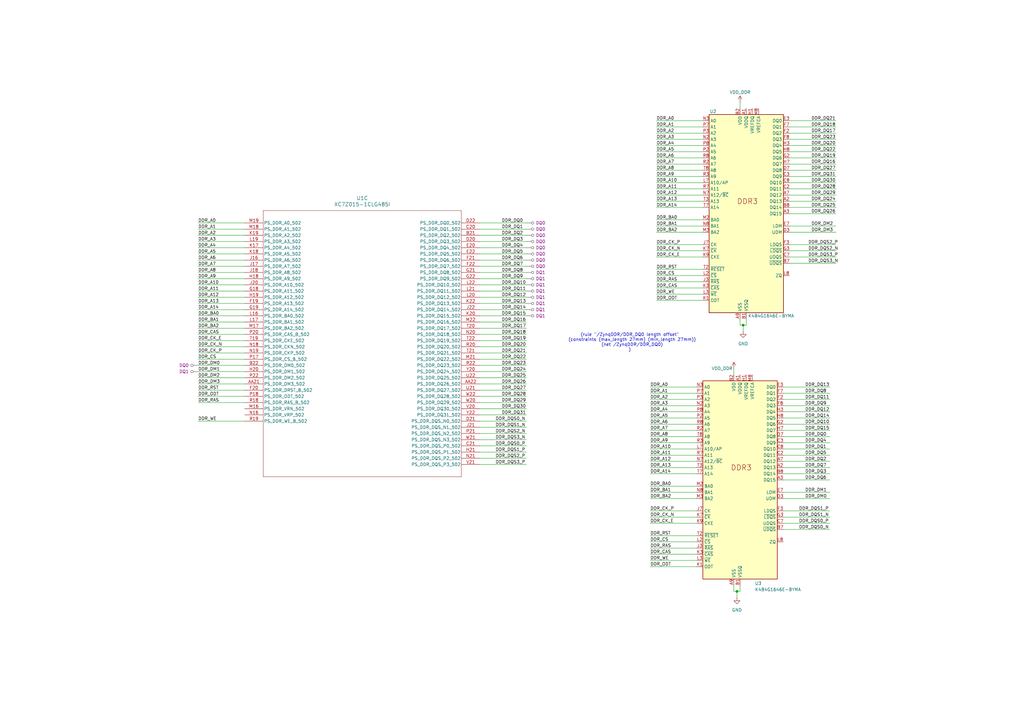
<source format=kicad_sch>
(kicad_sch (version 20250114) (generator "eeschema") (generator_version "9.0")
  (paper "A3")
  (text "(rule \"/ZynqDDR/DDR_DQ0 length offset\"\n  (constraints (max_length 27mm) (min_length 27mm))\n  (net /ZynqDDR/DDR_DQ0)\n)\n" (at 258.318 140.462 0) (effects (font (size 1.27 1.27))))
  (junction (at 302.26 242.57))
  (junction (at 304.8 133.35))
  (wire (pts (xy 323.85 107.95) (xy 342.9 107.95)))
  (wire (pts (xy 81.28 93.98) (xy 100.33 93.98)))
  (wire (pts (xy 196.85 175.26) (xy 215.9 175.26)))
  (wire (pts (xy 196.85 127) (xy 215.9 127)))
  (wire (pts (xy 266.7 173.99) (xy 285.75 173.99)))
  (wire (pts (xy 321.31 186.69) (xy 340.36 186.69)))
  (wire (pts (xy 266.7 161.29) (xy 285.75 161.29)))
  (wire (pts (xy 304.8 135.89) (xy 304.8 133.35)))
  (wire (pts (xy 266.7 179.07) (xy 285.75 179.07)))
  (wire (pts (xy 300.99 151.13) (xy 300.99 153.67)))
  (wire (pts (xy 196.85 147.32) (xy 215.9 147.32)))
  (wire (pts (xy 266.7 199.39) (xy 285.75 199.39)))
  (wire (pts (xy 321.31 166.37) (xy 340.36 166.37)))
  (wire (pts (xy 196.85 144.78) (xy 215.9 144.78)))
  (wire (pts (xy 196.85 129.54) (xy 215.9 129.54)))
  (wire (pts (xy 269.24 123.19) (xy 288.29 123.19)))
  (wire (pts (xy 266.7 214.63) (xy 285.75 214.63)))
  (wire (pts (xy 196.85 177.8) (xy 215.9 177.8)))
  (wire (pts (xy 266.7 232.41) (xy 285.75 232.41)))
  (wire (pts (xy 303.53 242.57) (xy 303.53 240.03)))
  (wire (pts (xy 306.07 133.35) (xy 306.07 130.81)))
  (wire (pts (xy 321.31 163.83) (xy 340.36 163.83)))
  (wire (pts (xy 81.28 101.6) (xy 100.33 101.6)))
  (wire (pts (xy 269.24 52.07) (xy 288.29 52.07)))
  (wire (pts (xy 81.28 119.38) (xy 100.33 119.38)))
  (wire (pts (xy 81.28 111.76) (xy 100.33 111.76)))
  (wire (pts (xy 323.85 57.15) (xy 342.9 57.15)))
  (wire (pts (xy 269.24 74.93) (xy 288.29 74.93)))
  (wire (pts (xy 81.28 121.92) (xy 100.33 121.92)))
  (wire (pts (xy 269.24 82.55) (xy 288.29 82.55)))
  (wire (pts (xy 269.24 102.87) (xy 288.29 102.87)))
  (wire (pts (xy 196.85 116.84) (xy 215.9 116.84)))
  (wire (pts (xy 321.31 209.55) (xy 340.36 209.55)))
  (wire (pts (xy 266.7 229.87) (xy 285.75 229.87)))
  (wire (pts (xy 196.85 180.34) (xy 215.9 180.34)))
  (wire (pts (xy 323.85 59.69) (xy 342.9 59.69)))
  (wire (pts (xy 321.31 173.99) (xy 340.36 173.99)))
  (wire (pts (xy 81.28 134.62) (xy 100.33 134.62)))
  (wire (pts (xy 196.85 91.44) (xy 215.9 91.44)))
  (wire (pts (xy 321.31 168.91) (xy 340.36 168.91)))
  (wire (pts (xy 196.85 109.22) (xy 215.9 109.22)))
  (wire (pts (xy 269.24 85.09) (xy 288.29 85.09)))
  (wire (pts (xy 266.7 212.09) (xy 285.75 212.09)))
  (wire (pts (xy 323.85 80.01) (xy 342.9 80.01)))
  (wire (pts (xy 300.99 242.57) (xy 300.99 240.03)))
  (wire (pts (xy 323.85 82.55) (xy 342.9 82.55)))
  (wire (pts (xy 81.28 106.68) (xy 100.33 106.68)))
  (wire (pts (xy 323.85 92.71) (xy 342.9 92.71)))
  (wire (pts (xy 269.24 120.65) (xy 288.29 120.65)))
  (wire (pts (xy 81.28 132.08) (xy 100.33 132.08)))
  (wire (pts (xy 81.28 149.86) (xy 100.33 149.86)))
  (wire (pts (xy 266.7 204.47) (xy 285.75 204.47)))
  (wire (pts (xy 303.53 41.91) (xy 303.53 44.45)))
  (wire (pts (xy 321.31 189.23) (xy 340.36 189.23)))
  (wire (pts (xy 196.85 152.4) (xy 215.9 152.4)))
  (wire (pts (xy 196.85 167.64) (xy 215.9 167.64)))
  (wire (pts (xy 269.24 67.31) (xy 288.29 67.31)))
  (wire (pts (xy 266.7 184.15) (xy 285.75 184.15)))
  (wire (pts (xy 196.85 172.72) (xy 215.9 172.72)))
  (wire (pts (xy 266.7 227.33) (xy 285.75 227.33)))
  (wire (pts (xy 321.31 171.45) (xy 340.36 171.45)))
  (wire (pts (xy 81.28 147.32) (xy 100.33 147.32)))
  (wire (pts (xy 323.85 52.07) (xy 342.9 52.07)))
  (wire (pts (xy 196.85 157.48) (xy 215.9 157.48)))
  (wire (pts (xy 323.85 105.41) (xy 342.9 105.41)))
  (wire (pts (xy 81.28 152.4) (xy 100.33 152.4)))
  (wire (pts (xy 323.85 64.77) (xy 342.9 64.77)))
  (wire (pts (xy 304.8 133.35) (xy 306.07 133.35)))
  (wire (pts (xy 269.24 57.15) (xy 288.29 57.15)))
  (wire (pts (xy 321.31 204.47) (xy 340.36 204.47)))
  (wire (pts (xy 81.28 172.72) (xy 100.33 172.72)))
  (wire (pts (xy 81.28 124.46) (xy 100.33 124.46)))
  (wire (pts (xy 196.85 185.42) (xy 215.9 185.42)))
  (wire (pts (xy 196.85 165.1) (xy 215.9 165.1)))
  (wire (pts (xy 196.85 170.18) (xy 215.9 170.18)))
  (wire (pts (xy 321.31 194.31) (xy 340.36 194.31)))
  (wire (pts (xy 81.28 142.24) (xy 100.33 142.24)))
  (wire (pts (xy 196.85 96.52) (xy 215.9 96.52)))
  (wire (pts (xy 323.85 85.09) (xy 342.9 85.09)))
  (wire (pts (xy 81.28 139.7) (xy 100.33 139.7)))
  (wire (pts (xy 266.7 224.79) (xy 285.75 224.79)))
  (wire (pts (xy 196.85 187.96) (xy 215.9 187.96)))
  (wire (pts (xy 321.31 158.75) (xy 340.36 158.75)))
  (wire (pts (xy 196.85 93.98) (xy 215.9 93.98)))
  (wire (pts (xy 81.28 160.02) (xy 100.33 160.02)))
  (wire (pts (xy 269.24 118.11) (xy 288.29 118.11)))
  (wire (pts (xy 196.85 124.46) (xy 215.9 124.46)))
  (wire (pts (xy 266.7 189.23) (xy 285.75 189.23)))
  (wire (pts (xy 321.31 161.29) (xy 340.36 161.29)))
  (wire (pts (xy 321.31 191.77) (xy 340.36 191.77)))
  (wire (pts (xy 196.85 137.16) (xy 215.9 137.16)))
  (wire (pts (xy 303.53 133.35) (xy 303.53 130.81)))
  (wire (pts (xy 196.85 149.86) (xy 215.9 149.86)))
  (wire (pts (xy 196.85 134.62) (xy 215.9 134.62)))
  (wire (pts (xy 81.28 154.94) (xy 100.33 154.94)))
  (wire (pts (xy 81.28 137.16) (xy 100.33 137.16)))
  (wire (pts (xy 266.7 194.31) (xy 285.75 194.31)))
  (wire (pts (xy 269.24 77.47) (xy 288.29 77.47)))
  (wire (pts (xy 81.28 162.56) (xy 100.33 162.56)))
  (wire (pts (xy 321.31 181.61) (xy 340.36 181.61)))
  (wire (pts (xy 196.85 142.24) (xy 215.9 142.24)))
  (wire (pts (xy 321.31 176.53) (xy 340.36 176.53)))
  (wire (pts (xy 302.26 242.57) (xy 300.99 242.57)))
  (wire (pts (xy 196.85 160.02) (xy 215.9 160.02)))
  (wire (pts (xy 269.24 49.53) (xy 288.29 49.53)))
  (wire (pts (xy 321.31 212.09) (xy 340.36 212.09)))
  (wire (pts (xy 81.28 104.14) (xy 100.33 104.14)))
  (wire (pts (xy 321.31 214.63) (xy 340.36 214.63)))
  (wire (pts (xy 266.7 219.71) (xy 285.75 219.71)))
  (wire (pts (xy 196.85 99.06) (xy 215.9 99.06)))
  (wire (pts (xy 81.28 144.78) (xy 100.33 144.78)))
  (wire (pts (xy 266.7 222.25) (xy 285.75 222.25)))
  (wire (pts (xy 266.7 166.37) (xy 285.75 166.37)))
  (wire (pts (xy 266.7 209.55) (xy 285.75 209.55)))
  (wire (pts (xy 302.26 245.11) (xy 302.26 242.57)))
  (wire (pts (xy 323.85 100.33) (xy 342.9 100.33)))
  (wire (pts (xy 269.24 110.49) (xy 288.29 110.49)))
  (wire (pts (xy 323.85 77.47) (xy 342.9 77.47)))
  (wire (pts (xy 81.28 96.52) (xy 100.33 96.52)))
  (wire (pts (xy 323.85 72.39) (xy 342.9 72.39)))
  (wire (pts (xy 269.24 95.25) (xy 288.29 95.25)))
  (wire (pts (xy 302.26 242.57) (xy 303.53 242.57)))
  (wire (pts (xy 321.31 201.93) (xy 340.36 201.93)))
  (wire (pts (xy 196.85 162.56) (xy 215.9 162.56)))
  (wire (pts (xy 323.85 87.63) (xy 342.9 87.63)))
  (wire (pts (xy 269.24 54.61) (xy 288.29 54.61)))
  (wire (pts (xy 81.28 165.1) (xy 100.33 165.1)))
  (wire (pts (xy 323.85 54.61) (xy 342.9 54.61)))
  (wire (pts (xy 269.24 69.85) (xy 288.29 69.85)))
  (wire (pts (xy 269.24 100.33) (xy 288.29 100.33)))
  (wire (pts (xy 269.24 64.77) (xy 288.29 64.77)))
  (wire (pts (xy 81.28 157.48) (xy 100.33 157.48)))
  (wire (pts (xy 196.85 182.88) (xy 215.9 182.88)))
  (wire (pts (xy 196.85 111.76) (xy 215.9 111.76)))
  (wire (pts (xy 266.7 181.61) (xy 285.75 181.61)))
  (wire (pts (xy 321.31 217.17) (xy 340.36 217.17)))
  (wire (pts (xy 269.24 90.17) (xy 288.29 90.17)))
  (wire (pts (xy 81.28 129.54) (xy 100.33 129.54)))
  (wire (pts (xy 196.85 104.14) (xy 215.9 104.14)))
  (wire (pts (xy 266.7 191.77) (xy 285.75 191.77)))
  (wire (pts (xy 323.85 74.93) (xy 342.9 74.93)))
  (wire (pts (xy 269.24 62.23) (xy 288.29 62.23)))
  (wire (pts (xy 81.28 116.84) (xy 100.33 116.84)))
  (wire (pts (xy 266.7 168.91) (xy 285.75 168.91)))
  (wire (pts (xy 196.85 190.5) (xy 215.9 190.5)))
  (wire (pts (xy 266.7 163.83) (xy 285.75 163.83)))
  (wire (pts (xy 81.28 114.3) (xy 100.33 114.3)))
  (wire (pts (xy 196.85 119.38) (xy 215.9 119.38)))
  (wire (pts (xy 269.24 92.71) (xy 288.29 92.71)))
  (wire (pts (xy 266.7 186.69) (xy 285.75 186.69)))
  (wire (pts (xy 321.31 184.15) (xy 340.36 184.15)))
  (wire (pts (xy 266.7 158.75) (xy 285.75 158.75)))
  (wire (pts (xy 196.85 114.3) (xy 215.9 114.3)))
  (wire (pts (xy 323.85 49.53) (xy 342.9 49.53)))
  (wire (pts (xy 304.8 133.35) (xy 303.53 133.35)))
  (wire (pts (xy 323.85 67.31) (xy 342.9 67.31)))
  (wire (pts (xy 323.85 102.87) (xy 342.9 102.87)))
  (wire (pts (xy 269.24 105.41) (xy 288.29 105.41)))
  (wire (pts (xy 269.24 80.01) (xy 288.29 80.01)))
  (wire (pts (xy 269.24 59.69) (xy 288.29 59.69)))
  (wire (pts (xy 321.31 196.85) (xy 340.36 196.85)))
  (wire (pts (xy 266.7 176.53) (xy 285.75 176.53)))
  (wire (pts (xy 81.28 99.06) (xy 100.33 99.06)))
  (wire (pts (xy 269.24 72.39) (xy 288.29 72.39)))
  (wire (pts (xy 196.85 101.6) (xy 215.9 101.6)))
  (wire (pts (xy 269.24 115.57) (xy 288.29 115.57)))
  (wire (pts (xy 266.7 201.93) (xy 285.75 201.93)))
  (wire (pts (xy 196.85 106.68) (xy 215.9 106.68)))
  (wire (pts (xy 81.28 91.44) (xy 100.33 91.44)))
  (wire (pts (xy 81.28 109.22) (xy 100.33 109.22)))
  (wire (pts (xy 269.24 113.03) (xy 288.29 113.03)))
  (wire (pts (xy 266.7 171.45) (xy 285.75 171.45)))
  (wire (pts (xy 196.85 132.08) (xy 215.9 132.08)))
  (wire (pts (xy 323.85 95.25) (xy 342.9 95.25)))
  (wire (pts (xy 323.85 69.85) (xy 342.9 69.85)))
  (wire (pts (xy 196.85 154.94) (xy 215.9 154.94)))
  (wire (pts (xy 321.31 179.07) (xy 340.36 179.07)))
  (wire (pts (xy 196.85 139.7) (xy 215.9 139.7)))
  (wire (pts (xy 196.85 121.92) (xy 215.9 121.92)))
  (wire (pts (xy 81.28 127) (xy 100.33 127)))
  (wire (pts (xy 323.85 62.23) (xy 342.9 62.23)))
  (label "DDR_DQ17" (at 332.74 54.61 0))
  (label "DDR_A2" (at 269.24 54.61 0))
  (label "DDR_ODT" (at 266.7 232.41 0))
  (label "DDR_BA2" (at 81.28 134.62 0))
  (label "DDR_DQ10" (at 205.74 116.84 0))
  (label "DDR_DQ4" (at 205.74 101.6 0))
  (label "DDR_WE" (at 81.28 172.72 0))
  (label "DDR_DQ29" (at 205.74 165.1 0))
  (label "DDR_DQ16" (at 205.74 132.08 0))
  (label "DDR_A13" (at 266.7 191.77 0))
  (label "DDR_A3" (at 266.7 166.37 0))
  (label "DDR_A5" (at 81.28 104.14 0))
  (label "DDR_ODT" (at 81.28 162.56 0))
  (label "DDR_BA1" (at 269.24 92.71 0))
  (label "DDR_DQ18" (at 332.74 52.07 0))
  (label "DDR_CK_P" (at 81.28 144.78 0))
  (label "DDR_DQS3_N" (at 331.47 107.95 0))
  (label "DDR_DQS2_P" (at 331.47 100.33 0))
  (label "DDR_A0" (at 81.28 91.44 0))
  (label "DDR_DM1" (at 81.28 152.4 0))
  (label "DDR_CS" (at 266.7 222.25 0))
  (label "DDR_DQ7" (at 205.74 109.22 0))
  (label "DDR_A8" (at 266.7 179.07 0))
  (label "DDR_DQ1" (at 330.2 184.15 0))
  (label "DDR_DQ28" (at 332.74 77.47 0))
  (label "DDR_DQ26" (at 332.74 87.63 0))
  (label "DDR_RST" (at 81.28 160.02 0))
  (label "DDR_DQ6" (at 330.2 196.85 0))
  (label "DDR_BA2" (at 266.7 204.47 0))
  (label "DDR_CK_N" (at 269.24 102.87 0))
  (label "DDR_DQ0" (at 205.74 91.44 0))
  (label "DDR_DQ19" (at 332.74 64.77 0))
  (label "DDR_DQ3" (at 330.2 194.31 0))
  (label "DDR_CS" (at 269.24 113.03 0))
  (label "DDR_A4" (at 266.7 168.91 0))
  (label "DDR_DQ23" (at 205.74 149.86 0))
  (label "DDR_A5" (at 269.24 62.23 0))
  (label "DDR_DQ18" (at 205.74 137.16 0))
  (label "DDR_BA2" (at 269.24 95.25 0))
  (label "DDR_DQ11" (at 205.74 119.38 0))
  (label "DDR_A0" (at 269.24 49.53 0))
  (label "DDR_CK_E" (at 81.28 139.7 0))
  (label "DDR_BA0" (at 269.24 90.17 0))
  (label "DDR_DQ11" (at 330.2 163.83 0))
  (label "DDR_DQ22" (at 332.74 62.23 0))
  (label "DDR_DM0" (at 330.2 204.47 0))
  (label "DDR_A8" (at 269.24 69.85 0))
  (label "DDR_CK_P" (at 269.24 100.33 0))
  (label "DDR_DQS0_N" (at 203.2 172.72 0))
  (label "DDR_DM2" (at 332.74 92.71 0))
  (label "DDR_A6" (at 266.7 173.99 0))
  (label "DDR_DQ12" (at 330.2 168.91 0))
  (label "DDR_A11" (at 266.7 186.69 0))
  (label "DDR_DQ2" (at 330.2 189.23 0))
  (label "DDR_WE" (at 269.24 120.65 0))
  (label "DDR_A1" (at 269.24 52.07 0))
  (label "DDR_DQS1_P" (at 327.66 209.55 0))
  (label "DDR_DM3" (at 332.7629 95.25 0))
  (label "DDR_CK_N" (at 81.28 142.24 0))
  (label "DDR_A9" (at 266.7 181.61 0))
  (label "DDR_A14" (at 81.28 127 0))
  (label "DDR_DQS3_P" (at 203.2 190.5 0))
  (label "DDR_A11" (at 269.24 77.47 0))
  (label "DDR_A1" (at 266.7 161.29 0))
  (label "DDR_DQS0_P" (at 327.66 214.63 0))
  (label "DDR_DQ7" (at 330.2 191.77 0))
  (label "DDR_DQ9" (at 205.74 114.3 0))
  (label "DDR_DQ25" (at 205.74 154.94 0))
  (label "DDR_DQ25" (at 332.74 85.09 0))
  (label "DDR_DQ0" (at 330.2 179.07 0))
  (label "DDR_CK_P" (at 266.7 209.55 0))
  (label "DDR_A12" (at 266.7 189.23 0))
  (label "DDR_A9" (at 269.24 72.39 0))
  (label "DDR_DQS2_N" (at 203.2 177.8 0))
  (label "DDR_DQ13" (at 330.2 158.75 0))
  (label "DDR_A3" (at 81.28 99.06 0))
  (label "DDR_BA0" (at 266.7 199.39 0))
  (label "DDR_A5" (at 266.7 171.45 0))
  (label "DDR_DQ31" (at 205.74 170.18 0))
  (label "DDR_DQS2_P" (at 203.2 187.96 0))
  (label "DDR_A7" (at 269.24 67.31 0))
  (label "DDR_A0" (at 266.7 158.75 0))
  (label "DDR_A10" (at 269.24 74.93 0))
  (label "DDR_DQ24" (at 205.74 152.4 0))
  (label "DDR_A10" (at 81.28 116.84 0))
  (label "DDR_CK_E" (at 266.7 214.63 0))
  (label "DDR_DQ19" (at 205.74 139.7 0))
  (label "DDR_RST" (at 269.24 110.49 0))
  (label "DDR_A2" (at 266.7 163.83 0))
  (label "DDR_RST" (at 266.7 219.71 0))
  (label "DDR_A7" (at 81.28 109.22 0))
  (label "DDR_A12" (at 269.24 80.01 0))
  (label "DDR_DQ4" (at 330.2 181.61 0))
  (label "DDR_DQ15" (at 205.74 129.54 0))
  (label "DDR_DQ10" (at 330.2 173.99 0))
  (label "DDR_DQ13" (at 205.74 124.46 0))
  (label "DDR_DQ26" (at 205.74 157.48 0))
  (label "DDR_WE" (at 266.7 229.87 0))
  (label "DDR_A7" (at 266.7 176.53 0))
  (label "DDR_DM2" (at 81.28 154.94 0))
  (label "DDR_DQ28" (at 205.74 162.56 0))
  (label "DDR_DQ27" (at 205.74 160.02 0))
  (label "DDR_DQ14" (at 205.74 127 0))
  (label "DDR_A4" (at 81.28 101.6 0))
  (label "DDR_DM0" (at 81.28 149.86 0))
  (label "DDR_A2" (at 81.28 96.52 0))
  (label "DDR_A9" (at 81.28 114.3 0))
  (label "DDR_DQ21" (at 332.74 49.53 0))
  (label "DDR_DQ16" (at 332.74 67.31 0))
  (label "DDR_CAS" (at 81.28 137.16 0))
  (label "DDR_A13" (at 81.28 124.46 0))
  (label "DDR_BA1" (at 81.28 132.08 0))
  (label "DDR_CAS" (at 269.24 118.11 0))
  (label "DDR_A12" (at 81.28 121.92 0))
  (label "DDR_CK_E" (at 269.24 105.41 0))
  (label "DDR_RAS" (at 266.7 224.79 0))
  (label "DDR_DQ17" (at 205.74 134.62 0))
  (label "DDR_DQ23" (at 332.74 57.15 0))
  (label "DDR_A14" (at 269.24 85.09 0))
  (label "DDR_DQ30" (at 205.74 167.64 0))
  (label "DDR_DQ5" (at 205.74 104.14 0))
  (label "DDR_DQS0_P" (at 203.2 182.88 0))
  (label "DDR_DM1" (at 330.2 201.93 0))
  (label "DDR_DQ24" (at 332.74 82.55 0))
  (label "DDR_DQS0_N" (at 327.66 217.17 0))
  (label "DDR_CK_N" (at 266.7 212.09 0))
  (label "DDR_DQ20" (at 205.74 142.24 0))
  (label "DDR_DQS3_N" (at 203.2 180.34 0))
  (label "DDR_DQS3_P" (at 331.47 105.41 0))
  (label "DDR_A14" (at 266.7 194.31 0))
  (label "DDR_A13" (at 269.24 82.55 0))
  (label "DDR_DQ6" (at 205.74 106.68 0))
  (label "DDR_DQ3" (at 205.74 99.06 0))
  (label "DDR_DQ27" (at 332.74 69.85 0))
  (label "DDR_A6" (at 269.24 64.77 0))
  (label "DDR_DQ14" (at 330.2 171.45 0))
  (label "DDR_A4" (at 269.24 59.69 0))
  (label "DDR_A1" (at 81.28 93.98 0))
  (label "DDR_DQ20" (at 332.74 59.69 0))
  (label "DDR_DQS1_P" (at 203.2 185.42 0))
  (label "DDR_DQ12" (at 205.74 121.92 0))
  (label "DDR_DQ29" (at 332.74 80.01 0))
  (label "DDR_DQ15" (at 330.2 176.53 0))
  (label "DDR_DQ21" (at 205.74 144.78 0))
  (label "DDR_RAS" (at 269.24 115.57 0))
  (label "DDR_DQ1" (at 205.74 93.98 0))
  (label "DDR_BA1" (at 266.7 201.93 0))
  (label "DDR_A3" (at 269.24 57.15 0))
  (label "DDR_DQS2_N" (at 331.47 102.87 0))
  (label "DDR_DQ8" (at 205.74 111.76 0))
  (label "DDR_DQS1_N" (at 327.66 212.09 0))
  (label "DDR_DQ31" (at 332.74 72.39 0))
  (label "DDR_DQ9" (at 330.2 166.37 0))
  (label "DDR_A8" (at 81.28 111.76 0))
  (label "DDR_BA0" (at 81.28 129.54 0))
  (label "DDR_CAS" (at 266.7 227.33 0))
  (label "DDR_A11" (at 81.28 119.38 0))
  (label "DDR_CS" (at 81.28 147.32 0))
  (label "DDR_ODT" (at 269.24 123.19 0))
  (label "DDR_DQ30" (at 332.74 74.93 0))
  (label "DDR_DQ5" (at 330.2 186.69 0))
  (label "DDR_RAS" (at 81.28 165.1 0))
  (label "DDR_A6" (at 81.28 106.68 0))
  (label "DDR_A10" (at 266.7 184.15 0))
  (label "DDR_DQ22" (at 205.74 147.32 0))
  (label "DDR_DQ8" (at 330.2 161.29 0))
  (label "DDR_DM3" (at 81.3029 157.48 0))
  (label "DDR_DQS1_N" (at 203.2 175.26 0))
  (label "DDR_DQ2" (at 205.74 96.52 0))
  (netclass_flag "" (length 2.54) (shape round) (at 215.9 127 270) (property "Netclass" "DQ1" (at 219.71 127 0) (effects (justify left))))
  (netclass_flag "" (length 2.54) (shape round) (at 81.28 152.4 90) (property "Netclass" "DQ1" (at 77.47 152.4 0) (effects (justify right))))
  (netclass_flag "" (length 2.54) (shape round) (at 81.28 149.86 90) (property "Netclass" "DQ0" (at 77.47 149.86 0) (effects (justify right))))
  (netclass_flag "" (length 2.54) (shape round) (at 215.9 111.76 270) (property "Netclass" "DQ1" (at 219.71 111.76 0) (effects (justify left))))
  (netclass_flag "" (length 2.54) (shape round) (at 215.9 106.68 270) (property "Netclass" "DQ0" (at 219.71 106.68 0) (effects (justify left))))
  (netclass_flag "" (length 2.54) (shape round) (at 215.9 96.52 270) (property "Netclass" "DQ0" (at 219.71 96.52 0) (effects (justify left))))
  (netclass_flag "" (length 2.54) (shape round) (at 215.9 109.22 270) (property "Netclass" "DQ0" (at 219.71 109.22 0) (effects (justify left))))
  (netclass_flag "" (length 2.54) (shape round) (at 215.9 91.44 270) (property "Netclass" "DQ0" (at 219.71 91.44 0) (effects (justify left))))
  (netclass_flag "" (length 2.54) (shape round) (at 215.9 129.54 270) (property "Netclass" "DQ1" (at 219.71 129.54 0) (effects (justify left))))
  (netclass_flag "" (length 2.54) (shape round) (at 215.9 93.98 270) (property "Netclass" "DQ0" (at 219.71 93.98 0) (effects (justify left))))
  (netclass_flag "" (length 2.54) (shape round) (at 215.9 114.3 270) (property "Netclass" "DQ1" (at 219.71 114.3 0) (effects (justify left))))
  (netclass_flag "" (length 2.54) (shape round) (at 215.9 99.06 270) (property "Netclass" "DQ0" (at 219.71 99.06 0) (effects (justify left))))
  (netclass_flag "" (length 2.54) (shape round) (at 215.9 116.84 270) (property "Netclass" "DQ1" (at 219.71 116.84 0) (effects (justify left))))
  (netclass_flag "" (length 2.54) (shape round) (at 215.9 121.92 270) (property "Netclass" "DQ1" (at 219.71 121.92 0) (effects (justify left))))
  (netclass_flag "" (length 2.54) (shape round) (at 215.9 101.6 270) (property "Netclass" "DQ0" (at 219.71 101.6 0) (effects (justify left))))
  (netclass_flag "" (length 2.54) (shape round) (at 215.9 124.46 270) (property "Netclass" "DQ1" (at 219.71 124.46 0) (effects (justify left))))
  (netclass_flag "" (length 2.54) (shape round) (at 215.9 119.38 270) (property "Netclass" "DQ1" (at 219.71 119.38 0) (effects (justify left))))
  (netclass_flag "" (length 2.54) (shape round) (at 215.9 104.14 270) (property "Netclass" "DQ0" (at 219.71 104.14 0) (effects (justify left))))
  (symbol (lib_id "Memory_RAM:AS4C256M16D3") (at 303.53 196.85 0) (unit 1)
    (property "Reference" "U3" (at 309.626 239.268 0) (effects (justify left)))
    (property "Value" "K4B4G1646E-BYMA" (at 309.626 241.808 0) (effects (justify left)))
    (property "Footprint" "Package_BGA:BGA-96_9.0x13.0mm_Layout2x3x16_P0.8mm" (effects (hide yes)))
    (property "Datasheet" "https://www.alliancememory.com/wp-content/uploads/pdf/ddr3/4GB-AS4C256M16D3.pdf" (effects (hide yes)))
    (property "Description" "4Gb (256Mx16 bit) Double Data Rate 3 Synchronous DRAM" (effects (hide yes)))
    (property "JLCPCB Part #" "C500275" (effects (hide yes)))
  )
  (symbol (lib_id "power:GND") (at 302.26 245.11 0) (unit 1)
    (property "Reference" "#PWR05" (effects (hide yes)))
    (property "Value" "GND" (at 302.26 250.19 0))
    (property "Description" "Power symbol creates a global label with name \"GND\" , ground" (effects (hide yes)))
  )
  (symbol (lib_id "Memory_RAM:AS4C256M16D3") (at 306.07 87.63 0) (unit 1)
    (property "Reference" "U2" (at 291.084 45.72 0) (effects (justify left)))
    (property "Value" "K4B4G1646E-BYMA" (at 306.832 129.54 0) (effects (justify left)))
    (property "Footprint" "Package_BGA:BGA-96_9.0x13.0mm_Layout2x3x16_P0.8mm" (effects (hide yes)))
    (property "Datasheet" "https://www.alliancememory.com/wp-content/uploads/pdf/ddr3/4GB-AS4C256M16D3.pdf" (effects (hide yes)))
    (property "Description" "4Gb (256Mx16 bit) Double Data Rate 3 Synchronous DRAM" (effects (hide yes)))
    (property "JLCPCB Part #" "C500275" (effects (hide yes)))
  )
  (symbol (lib_id "power:VDD") (at 303.53 41.91 0) (unit 1)
    (property "Reference" "#PWR07" (effects (hide yes)))
    (property "Value" "VDD_DDR" (at 303.53 37.846 0))
    (property "Description" "Power symbol creates a global label with name \"VDD\"" (effects (hide yes)))
  )
  (symbol (lib_id "power:GND") (at 304.8 135.89 0) (unit 1)
    (property "Reference" "#PWR04" (effects (hide yes)))
    (property "Value" "GND" (at 304.8 140.97 0))
    (property "Description" "Power symbol creates a global label with name \"GND\" , ground" (effects (hide yes)))
  )
  (symbol (lib_id "XC7Z015-1CLG485C:XC7Z015-1CLG485I") (at 100.33 91.44 0) (unit 3)
    (property "Reference" "U1" (at 148.59 81.28 0) (effects (font (size 1.524 1.524))))
    (property "Value" "XC7Z015-1CLG485I" (at 148.59 83.82 0) (effects (font (size 1.524 1.524))))
    (property "Footprint" "CLG485XC7Z012S/XC7Z015_AMD" (effects (hide yes)))
    (property "Datasheet" "XC7Z015-1CLG485I" (effects (hide yes)))
    (property "JLCPCB Part #" "C1522056" (effects (hide yes)))
  )
  (symbol (lib_id "power:VDD") (at 300.99 151.13 0) (unit 1)
    (property "Reference" "#PWR06" (effects (hide yes)))
    (property "Value" "VDD_DDR" (at 296.164 151.13 0))
    (property "Description" "Power symbol creates a global label with name \"VDD\"" (effects (hide yes)))
  )
)
</source>
